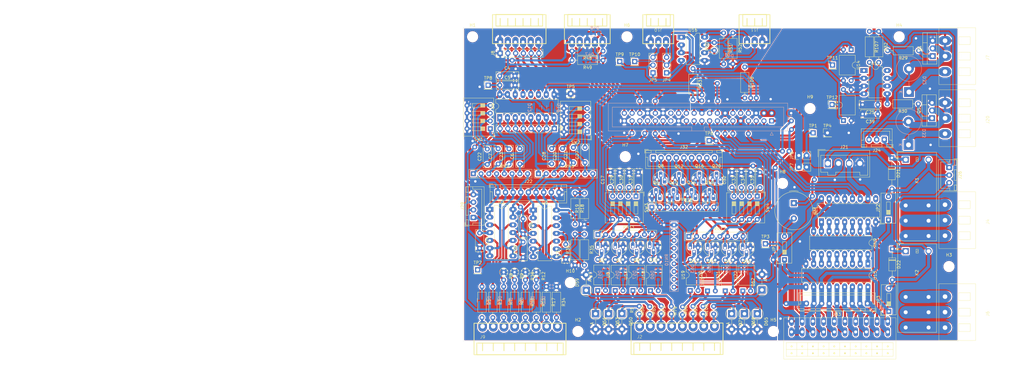
<source format=kicad_pcb>
(kicad_pcb
	(version 20240108)
	(generator "pcbnew")
	(generator_version "8.0")
	(general
		(thickness 1.6)
		(legacy_teardrops no)
	)
	(paper "A4")
	(layers
		(0 "F.Cu" signal)
		(1 "In1.Cu" signal)
		(2 "In2.Cu" signal)
		(31 "B.Cu" signal)
		(32 "B.Adhes" user "B.Adhesive")
		(33 "F.Adhes" user "F.Adhesive")
		(34 "B.Paste" user)
		(35 "F.Paste" user)
		(36 "B.SilkS" user "B.Silkscreen")
		(37 "F.SilkS" user "F.Silkscreen")
		(38 "B.Mask" user)
		(39 "F.Mask" user)
		(40 "Dwgs.User" user "User.Drawings")
		(41 "Cmts.User" user "User.Comments")
		(42 "Eco1.User" user "User.Eco1")
		(43 "Eco2.User" user "User.Eco2")
		(44 "Edge.Cuts" user)
		(45 "Margin" user)
		(46 "B.CrtYd" user "B.Courtyard")
		(47 "F.CrtYd" user "F.Courtyard")
		(48 "B.Fab" user)
		(49 "F.Fab" user)
		(50 "User.1" user)
		(51 "User.2" user)
		(52 "User.3" user)
		(53 "User.4" user)
		(54 "User.5" user)
		(55 "User.6" user)
		(56 "User.7" user)
		(57 "User.8" user)
		(58 "User.9" user)
	)
	(setup
		(stackup
			(layer "F.SilkS"
				(type "Top Silk Screen")
			)
			(layer "F.Paste"
				(type "Top Solder Paste")
			)
			(layer "F.Mask"
				(type "Top Solder Mask")
				(thickness 0.01)
			)
			(layer "F.Cu"
				(type "copper")
				(thickness 0.035)
			)
			(layer "dielectric 1"
				(type "prepreg")
				(thickness 0.1)
				(material "FR4")
				(epsilon_r 4.5)
				(loss_tangent 0.02)
			)
			(layer "In1.Cu"
				(type "copper")
				(thickness 0.035)
			)
			(layer "dielectric 2"
				(type "core")
				(thickness 1.24)
				(material "FR4")
				(epsilon_r 4.5)
				(loss_tangent 0.02)
			)
			(layer "In2.Cu"
				(type "copper")
				(thickness 0.035)
			)
			(layer "dielectric 3"
				(type "prepreg")
				(thickness 0.1)
				(material "FR4")
				(epsilon_r 4.5)
				(loss_tangent 0.02)
			)
			(layer "B.Cu"
				(type "copper")
				(thickness 0.035)
			)
			(layer "B.Mask"
				(type "Bottom Solder Mask")
				(thickness 0.01)
			)
			(layer "B.Paste"
				(type "Bottom Solder Paste")
			)
			(layer "B.SilkS"
				(type "Bottom Silk Screen")
				(color "Red")
			)
			(copper_finish "None")
			(dielectric_constraints no)
		)
		(pad_to_mask_clearance 0)
		(allow_soldermask_bridges_in_footprints no)
		(pcbplotparams
			(layerselection 0x00010fc_ffffffff)
			(plot_on_all_layers_selection 0x0000000_00000000)
			(disableapertmacros no)
			(usegerberextensions no)
			(usegerberattributes yes)
			(usegerberadvancedattributes yes)
			(creategerberjobfile yes)
			(dashed_line_dash_ratio 12.000000)
			(dashed_line_gap_ratio 3.000000)
			(svgprecision 4)
			(plotframeref no)
			(viasonmask no)
			(mode 1)
			(useauxorigin no)
			(hpglpennumber 1)
			(hpglpenspeed 20)
			(hpglpendiameter 15.000000)
			(pdf_front_fp_property_popups yes)
			(pdf_back_fp_property_popups yes)
			(dxfpolygonmode yes)
			(dxfimperialunits yes)
			(dxfusepcbnewfont yes)
			(psnegative no)
			(psa4output no)
			(plotreference yes)
			(plotvalue yes)
			(plotfptext yes)
			(plotinvisibletext no)
			(sketchpadsonfab no)
			(subtractmaskfromsilk no)
			(outputformat 1)
			(mirror no)
			(drillshape 1)
			(scaleselection 1)
			(outputdirectory "")
		)
	)
	(net 0 "")
	(net 1 "+5V")
	(net 2 "/Buzzer")
	(net 3 "GND")
	(net 4 "+3V3")
	(net 5 "/ADC_CH3")
	(net 6 "/ADC_CH1")
	(net 7 "+12V")
	(net 8 "/Dig-IN_1")
	(net 9 "-5V")
	(net 10 "/ADC_CH5")
	(net 11 "/ADC_CH6")
	(net 12 "/ADC_CH0")
	(net 13 "/ADC_CH2")
	(net 14 "/ADC_CH7")
	(net 15 "/ADC_CH4")
	(net 16 "/Dig-IN_2")
	(net 17 "/Dig-IN_3")
	(net 18 "/Dig-IN_4")
	(net 19 "/Dig-IN_5")
	(net 20 "/Dig-IN_6")
	(net 21 "/Dig-IN_7")
	(net 22 "/Dig-IN_8")
	(net 23 "OUT_Digital_1_open-drain")
	(net 24 "Net-(U3C-+)")
	(net 25 "Net-(U3D-+)")
	(net 26 "IN_Analog_6 (0-20mA)")
	(net 27 "IN_Analog_7 (0-20mA)")
	(net 28 "Net-(U9B-+)")
	(net 29 "/OUT_PWM_1_diode")
	(net 30 "/OUT_PWM_2_diode")
	(net 31 "Net-(U9A-+)")
	(net 32 "OUT_Digital_2_open-drain")
	(net 33 "OUT_Digital_3_open-drain")
	(net 34 "OUT_Digital_4_open-drain")
	(net 35 "OUT_Digital_5_open-drain")
	(net 36 "Net-(U3A-+)")
	(net 37 "I2C_SDA")
	(net 38 "RS485_B")
	(net 39 "RS485_A")
	(net 40 "Net-(D50-A1)")
	(net 41 "Net-(D51-A)")
	(net 42 "Net-(D53-A1)")
	(net 43 "Net-(D54-A)")
	(net 44 "Net-(D56-A1)")
	(net 45 "Net-(D57-A)")
	(net 46 "Net-(D59-A1)")
	(net 47 "Net-(D60-A)")
	(net 48 "Net-(D62-A1)")
	(net 49 "Net-(D63-A)")
	(net 50 "Net-(D65-A1)")
	(net 51 "Net-(D66-A)")
	(net 52 "Net-(D68-A1)")
	(net 53 "Net-(D69-A)")
	(net 54 "Net-(D71-A1)")
	(net 55 "Net-(D72-A)")
	(net 56 "unconnected-(J1-ID_SD{slash}GPIO0-Pad27)")
	(net 57 "/SPI_CE0_ADC")
	(net 58 "Net-(J1-3V3-Pad1)")
	(net 59 "/SPI0_miso_ADC")
	(net 60 "/UART_DIR-T")
	(net 61 "/SPI0_mosi_ADC")
	(net 62 "/SPI0_sclk_ADC")
	(net 63 "/UART_TX")
	(net 64 "/SPI1_miso_FREE")
	(net 65 "/SR-OUT_latch")
	(net 66 "/SPI1_mosi_FREE")
	(net 67 "/SR-OUT_clock")
	(net 68 "/SR-OUT_data")
	(net 69 "unconnected-(J1-ID_SC{slash}GPIO1-Pad28)")
	(net 70 "/SPI1_CE_FREE")
	(net 71 "/UART_RX")
	(net 72 "/OUT_PWM_2")
	(net 73 "/SPI1_sclk_FREE")
	(net 74 "/OUT_PWM_1")
	(net 75 "IN_Digital_8")
	(net 76 "IN_Digital_5")
	(net 77 "IN_Digital_2")
	(net 78 "IN_Digital_3")
	(net 79 "IN_Digital_4")
	(net 80 "IN_Digital_6")
	(net 81 "IN_Digital_7")
	(net 82 "IN_Digital_1")
	(net 83 "OUT_Digital_8")
	(net 84 "OUT_Digital_7_open-drain")
	(net 85 "OUT_Digital_2")
	(net 86 "OUT_Digital_4")
	(net 87 "OUT_Digital_5")
	(net 88 "OUT_Digital_6")
	(net 89 "OUT_Digital_3")
	(net 90 "OUT_Digital_7")
	(net 91 "OUT_Digital_8_open-drain")
	(net 92 "OUT_Digital_1")
	(net 93 "OUT_Digital_6_open-drain")
	(net 94 "Net-(J4-Pin_1)")
	(net 95 "Net-(J4-Pin_2)")
	(net 96 "Net-(J4-Pin_3)")
	(net 97 "OUT_Digital_COM_open-drain")
	(net 98 "Net-(J6-Pin_1)")
	(net 99 "Net-(J6-Pin_3)")
	(net 100 "Net-(J6-Pin_2)")
	(net 101 "IN_Analog_1 (0-3.3V)")
	(net 102 "IN_Analog_5 (0-24V)")
	(net 103 "IN_Analog_4 (0-12V)")
	(net 104 "IN_Analog_2 (0-5V)")
	(net 105 "IN_Analog_0 (0-3.3V)")
	(net 106 "IN_Analog_3 (0-5V)")
	(net 107 "Net-(Q1-G)")
	(net 108 "Net-(Q2-G)")
	(net 109 "Net-(Q2-D)")
	(net 110 "Net-(Q5-G)")
	(net 111 "Net-(C17-Pad1)")
	(net 112 "Net-(Q7-G)")
	(net 113 "Net-(Q7-D)")
	(net 114 "Net-(C29-Pad1)")
	(net 115 "Net-(Q9-G)")
	(net 116 "Net-(C30-Pad1)")
	(net 117 "Net-(Q10-G)")
	(net 118 "Net-(Q11-D)")
	(net 119 "Net-(Q11-G)")
	(net 120 "Net-(C31-Pad1)")
	(net 121 "Net-(Q13-G)")
	(net 122 "Net-(Q13-D)")
	(net 123 "Net-(C32-Pad1)")
	(net 124 "Net-(Q15-D)")
	(net 125 "Net-(Q15-G)")
	(net 126 "Net-(C33-Pad1)")
	(net 127 "Net-(Q17-G)")
	(net 128 "Net-(Q17-D)")
	(net 129 "Net-(C34-Pad1)")
	(net 130 "Net-(Q19-D)")
	(net 131 "Net-(Q19-G)")
	(net 132 "Net-(C35-Pad1)")
	(net 133 "Net-(U9C--)")
	(net 134 "Net-(U12-~{OUTA})")
	(net 135 "Net-(U12-~{OUTB})")
	(net 136 "Net-(U12-INB)")
	(net 137 "Net-(R33-Pad1)")
	(net 138 "Net-(U9D--)")
	(net 139 "Net-(U12-INA)")
	(net 140 "Net-(R108-Pad1)")
	(net 141 "unconnected-(U2-QH'-Pad9)")
	(net 142 "unconnected-(U12-NC-Pad8)")
	(net 143 "unconnected-(U12-NC-Pad1)")
	(net 144 "Net-(U3B-+)")
	(net 145 "/LED_analog-CH6")
	(net 146 "/LED_analog-CH2")
	(net 147 "/LED_analog-CH7")
	(net 148 "/LED_analog-CH5")
	(net 149 "/LED_analog-CH0")
	(net 150 "/LED_analog-CH1")
	(net 151 "/LED_analog-CH3")
	(net 152 "/LED_analog-CH4")
	(net 153 "/LED_digital-out_2")
	(net 154 "/LED_digital-out_8")
	(net 155 "/LED_digital-out_6")
	(net 156 "/LED_digital-out_5")
	(net 157 "/LED_digital-out_4")
	(net 158 "/LED_digital-out_7")
	(net 159 "/LED_digital-out_1")
	(net 160 "/LED_digital-out_3")
	(net 161 "/LED_relay-1")
	(net 162 "/LED_PWM-1")
	(net 163 "/LED_PWM-2")
	(net 164 "/LED_relay-2")
	(net 165 "Net-(RN9-R2.2)")
	(net 166 "Net-(RN9-R8.2)")
	(net 167 "Net-(RN9-R7.2)")
	(net 168 "Net-(RN9-R5.2)")
	(net 169 "Net-(RN9-R1.2)")
	(net 170 "Net-(RN9-R6.2)")
	(net 171 "Net-(RN9-R3.2)")
	(net 172 "Net-(RN9-R4.2)")
	(net 173 "/DIP_EN-Filter-ADC3")
	(net 174 "/DIP_EN-Filter-ADC1")
	(net 175 "/DIP_EN-Filter-ADC5")
	(net 176 "/DIP_EN-Filter-ADC6")
	(net 177 "/DIP_EN-Filter-ADC0")
	(net 178 "/DIP_EN-Filter-ADC2")
	(net 179 "/DIP_EN-Filter-ADC7")
	(net 180 "/DIP_EN-Filter-ADC4")
	(net 181 "I2C_SCL")
	(net 182 "Net-(J10-Pin_2)")
	(net 183 "Net-(J10-Pin_1)")
	(net 184 "Net-(JP4-A)")
	(net 185 "Net-(JP5-A)")
	(net 186 "Net-(JP6-A)")
	(net 187 "+5VP")
	(net 188 "+3V3P")
	(footprint "Connector_JST:JST_XH_B9B-XH-A_1x09_P2.50mm_Vertical" (layer "F.Cu") (at 98.7044 69.9008))
	(footprint "Resistor_THT:R_Axial_DIN0207_L6.3mm_D2.5mm_P2.54mm_Vertical" (layer "F.Cu") (at 118.646 34.699 90))
	(footprint "Button_Switch_THT:SW_DIP_SPSTx04_Slide_9.78x12.34mm_W7.62mm_P2.54mm" (layer "F.Cu") (at 45.2845 60.36 180))
	(footprint "Package_TO_SOT_THT:TO-92_HandSolder" (layer "F.Cu") (at 98.2726 82.4186))
	(footprint "Package_DIP:DIP-4_W10.16mm" (layer "F.Cu") (at 160.932 57.706 90))
	(footprint "Button_Switch_THT:SW_DIP_SPSTx01_Slide_9.78x4.72mm_W7.62mm_P2.54mm" (layer "F.Cu") (at 141.633 103.2365 90))
	(footprint "Relay_THT:Relay_SPDT_Omron_G2RL-1-E" (layer "F.Cu") (at 181.317 70.493))
	(footprint "Resistor_THT:R_Axial_DIN0207_L6.3mm_D2.5mm_P10.16mm_Horizontal" (layer "F.Cu") (at 66.957 112.0587 -90))
	(footprint "Package_DIP:DIP-8_W7.62mm_LongPads" (layer "F.Cu") (at 107.851 30.381))
	(footprint "Diode_THT:D_DO-15_P5.08mm_Vertical_AnodeUp" (layer "F.Cu") (at 76.708 113.284 90))
	(footprint "custom-footprints1:WAGO 713-1430 MINI HD Stiftleiste gewinkelt 2x10-polig, RM 3,5" (layer "F.Cu") (at 159.695 127.901))
	(footprint "Resistor_THT:R_Array_SIP8" (layer "F.Cu") (at 80.536 95.01305))
	(footprint "Resistor_THT:R_Axial_DIN0207_L6.3mm_D2.5mm_P10.16mm_Horizontal" (layer "F.Cu") (at 60.353 112.0587 -90))
	(footprint "Capacitor_THT:C_Disc_D7.0mm_W2.5mm_P5.00mm" (layer "F.Cu") (at 41.811 94.516 -90))
	(footprint "Package_DIP:DIP-4_W10.16mm" (layer "F.Cu") (at 86.2052 113.37185 90))
	(footprint "Capacitor_THT:C_Disc_D7.0mm_W2.5mm_P5.00mm" (layer "F.Cu") (at 47.867 71.899685 90))
	(footprint "Capacitor_THT:C_Disc_D7.0mm_W2.5mm_P5.00mm" (layer "F.Cu") (at 124.46 79.66335 90))
	(footprint "Capacitor_THT:C_Disc_D7.0mm_W2.5mm_P5.00mm" (layer "F.Cu") (at 93.7722 79.58085 90))
	(footprint "MountingHole:MountingHole_3.2mm_M3_DIN965" (layer "F.Cu") (at 141 78.25))
	(footprint "Capacitor_THT:C_Disc_D7.0mm_W2.5mm_P5.00mm" (layer "F.Cu") (at 87.6762 79.58085 90))
	(footprint "Resistor_THT:R_Axial_DIN0207_L6.3mm_D2.5mm_P2.54mm_Vertical" (layer "F.Cu") (at 108.2574 121.2404 90))
	(footprint "Package_DIP:DIP-4_W10.16mm" (layer "F.Cu") (at 116.4412 113.47785 90))
	(footprint "Capacitor_THT:C_Disc_D7.0mm_W2.5mm_P5.00mm" (layer "F.Cu") (at 68.949 71.842 90))
	(footprint "Package_TO_SOT_THT:TO-92_HandSolder" (layer "F.Cu") (at 100.0278 98.84405 180))
	(footprint "Connector_JST:JST_XH_B4B-XH-A_1x04_P2.50mm_Vertical" (layer "F.Cu") (at 39.762 89.436 90))
	(footprint "Resistor_THT:R_Axial_DIN0207_L6.3mm_D2.5mm_P2.54mm_Vertical" (layer "F.Cu") (at 114.963 121.059 90))
	(footprint "Resistor_THT:R_Axial_DIN0207_L6.3mm_D2.5mm_P10.16mm_Horizontal" (layer "F.Cu") (at 185.448 52.225 180))
	(footprint "Resistor_THT:R_Axial_DIN0207_L6.3mm_D2.5mm_P10.16mm_Horizontal"
		(layer "F.Cu")
		(uuid "22560aed-cde0-4746-90bf-93e3d8c73d7b")
		(at 172.494 28.476 -90)
		(descr "Resistor, Axial_DIN0207 series, Axial, Horizontal, pin pitch=10.16mm, 0.25W = 1/4W, length*diameter=6.3*2.5mm^2, http://cdn-reichelt.de/documents/datenblatt/B400/1_4W%23YAG.pdf")
		(tags "Resistor Axial_DIN0207 series Axial Horizontal pin pitch 10.16mm 0.25W = 1/4W length 6.3mm diameter 2.5mm")
		(property "Reference" "R32"
			(at 5.08 -2.37 90)
			(layer "F.SilkS")
			(uuid "c8a126aa-1837-4958-aa18-16eeff9fa94f")
			(effects
				(font
					(size 1 1)
					(thickness 0.15)
				)
			)
		)
		(property "Value" "4k7"
			(at 5.08 2.37 90)
			(layer "F.Fab")
			(uuid "d2e22c86-60ad-4a16-9d29-f37b3c401037")
			(effects
				(font
					(size 1 1)
					(thickness 0.15)
				)
			)
		)
		(property "Footprint" "Resistor_THT:R_Axial_DIN0207_L6.3mm_D2.5mm_P10.16mm_Horizontal"
			(at 0 0 -90)
			(unlocked yes)
			(layer "F.Fab")
			(hide yes)
			(uuid "cdf80cda-e46a-4ec0-9b16-77af7b53fa96")
			(effects
				(font
					(size 1.27 1.27)
					(thickness 0.15)
				)
			)
		)
		(property "Datasheet" "sortiment"
			(at 0 0 -90)
			(unlocked yes)
			(layer "F.Fab")
			(hide yes)
			(uuid "d02996be-d114-41d9-8770-d53e193d7c52")
			(effects
				(font
					(size 1.27 1.27)
					(thickness 0.15)
				)
			)
		)
		(property "Description" "Resistor"
			(at 0 0 -90)
			(unlocked yes)
			(layer "F.Fab")
			(hide yes)
			(uuid "b377cd37-76da-4d4a-964e-cfb9135384f2")
			(effects
				(font
					(size 1.27 1.27)
					(thickness 0.15)
				)
			)
		)
		(property ki_fp_filters "R_*")
		(path "/c6fe806f-6933-468f-8f26-bbd8f04165ed")
		(sheetname "Root")
		(sheetfile "pi-interface-board_v1.0.kicad_sch")
		(attr through_hole)
		(fp_line
			(start 1.81 1.37)
			(end 8.35 1.37)
			(stroke
				(width 0.12)
				(type solid)
			)
			(layer "F.SilkS")
			(uuid "6a300baf-4f6e-417c-8629-ee8cf9ee10fa")
		)
		(fp_line
			(start 8.35 1.37)
			(end 8.35 -1.37)
			(stroke
				(width 0.12)
				(type solid)
			)
			(layer "F.SilkS")
			(uuid "ef7b3e78-92fd-4b86-b582-45e0853f93de")
		)
		(fp_line
			(start 1.04 0)
			(end 1.81 0)
			(stroke
				(width 0.12)
				(type solid)
			)
			(layer "F.SilkS")
			(uuid "68fb3b11-a2f1-4885-b27e-2965aa8beee4")
		)
		(fp_line
			(start 9.12 0)
			(end 8.35 0)
			(stroke
				(width 0.12)
				(type solid)
			)
			(layer "F.SilkS")
			(uuid "98994bcf-2dbd-4401-b82d-05ea39dd85b2")
		)
		(fp_line
			(start 1.81 -1.37)
			(end 1.81 1.37)
			(stroke
				(width 0.12)
				(type solid)
			)
			(layer "F.SilkS")
			(uuid "1449c986-39df-4a56-8a78-4aa454b594af")
		)
		(fp_line
			(start 8.35 -1.37)
			(end 1.81 -1.37)
			(stroke
				(width 0.12)
				(type solid)
			)
			(layer "F.SilkS")
			(uuid "50caf419-ccbd-422b-9da4-57f9c03afe82")
		)
		(fp_line
			(start -1.05 1.5)
			(end 11.21 1.5)
			(stroke
				(width 0.05)
				(type solid)
			)
			(layer "F.CrtYd")
			(uuid "31aa8773-d4e7-4fa6-9273-5836d8569f01")
		)
		(fp_line
			(start 11.21 1.5)
			(end 11.21 -1.5)
			(stroke
				(width 0.05)
				(type solid)
			)
			(layer "F.CrtYd")
			(uuid "4c6709c9-8b2b-400d-ae3d-804612b4290b")
		)
		(fp_line
			(start -1.05 -1.5)
			(end -1.05 1.5)
			(stroke
				(width 0.05)
				(type solid)
			)
			(layer "F.CrtYd")
			(uuid "77600ff9-498d-4563-aafc-accfecfb09af")
		)
		(fp_line
			(start 11.21 -1.5)
			(end -1.05 -1.5)
			(stroke
				(width 0.05)
				(type solid)
			)
			(layer "F.CrtYd")
			(uuid "e245429f-e03b-476a-9ffc-4422d6d1013f")
		)
		(fp_line
			(start 1.93 1.25)
			(end 8.23 1.25)
			(stroke
				(width 0.1)
				(type solid)
			)
			(layer "F.Fab")
			(uuid "6464fc38-025f-4527-93c7-be197c125d8d")
		)
		(fp_line
			(start 8.23 1.25)
			(end 8.23 -1.25)
			(stroke
				(width 0.1)
				(type solid)
			)
			(layer "F.Fab")
			(uuid "00ecf957-4fd3-43a4-a1ee-d538a6afd915")
		)
		(fp_line
			(start 0 0)
			(end 1.93 0)
			(stroke
				(width 0.1)
				(type solid)
			)
			(layer "F.Fab")
			(uuid "497ba9f4-dd0f-4b8f-b56e-72469ea0aa1f")
		)
		(fp_line
			(start 10.16 0)
			(end 8.23 0)
			(stroke
				(width 0.1)
				(type solid)
			)
			(layer "F.Fab")
			(uuid "7f396c39-904b-4af0-8298-4f565aec7c8d")
		)
		(fp_line
			(start 1.93 -1.25)
			(end 1.93 1.25)
			(stroke
				(width 0.1)
				(type solid)
			)
			(layer "F.Fab")
			(uuid "07be97f1-affa-4318-ad01-92e17d58e048")
		)
		(fp_line
			(start 8.23 -1.25)
			(end 1.93 -1.25)
			(stroke
				(width 0.1)
				(type solid)
			)
			(layer "F.Fab")
			(uuid "2e4234c6-e65a-438f-bc2f-f3bd8d7d76ea")
		)
		(fp_text user "${REFERENCE}"
			(at 5.08 0 90)
			(layer "F.Fab")
			(uuid "c7da8e40-838b-474f-ac85-4bfe8593c285")
			(effects
				(font
					(size 1 1)
					(thickness 0.15)
				)
			)
		)
		(p
... [2761225 chars truncated]
</source>
